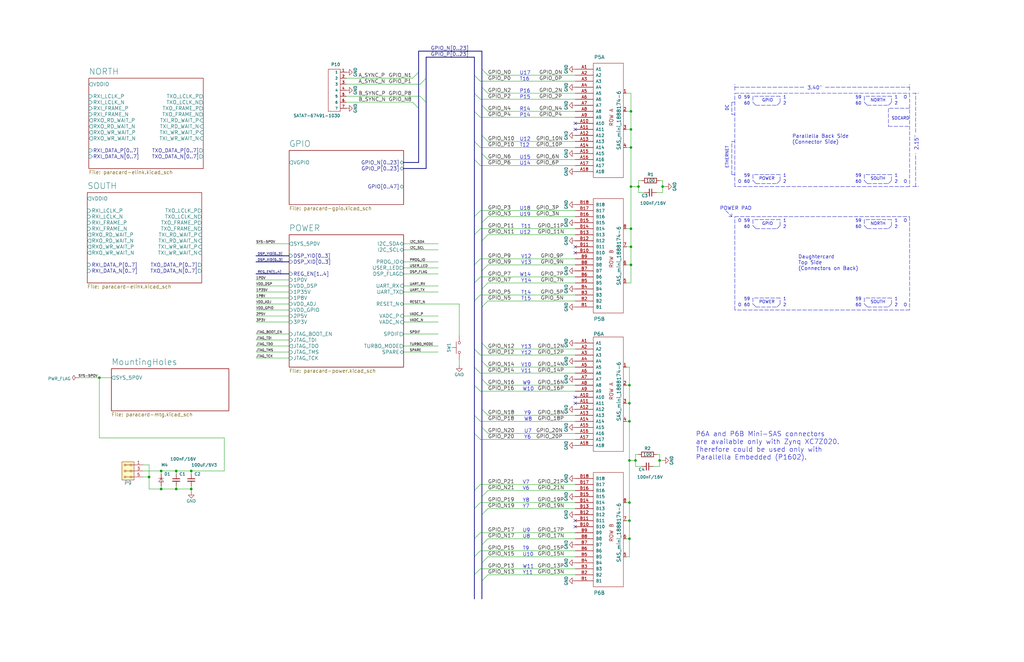
<source format=kicad_sch>
(kicad_sch (version 20211123) (generator eeschema)
  (paper "B")
  (title_block (title "MPPB01B") (date "2022-03-24") (company "MLAB.cz") (comment 2 "Paralella MLAB interface board") (comment 3 "Maksim Rezenov, Jakub Kakona"))
  (junction (at 269.24 78.74))
  (junction (at 265.43 212.09))
  (junction (at 265.43 194.31))
  (junction (at 278.13 194.31))
  (junction (at 62.865 201.295))
  (junction (at 266.065 78.74))
  (junction (at 266.065 96.52))
  (junction (at 266.065 46.99))
  (junction (at 80.645 206.375))
  (junction (at 266.065 54.61))
  (junction (at 267.97 194.31))
  (junction (at 265.43 170.18))
  (junction (at 265.43 177.8))
  (junction (at 279.4 78.74))
  (junction (at 74.295 206.375))
  (junction (at 266.065 104.14))
  (junction (at 265.43 227.33))
  (junction (at 266.065 62.23))
  (junction (at 74.295 198.755))
  (junction (at 266.065 111.76))
  (junction (at 67.945 206.375))
  (junction (at 80.645 198.755))
  (junction (at 265.43 219.71))
  (junction (at 67.945 198.755))
  (junction (at 41.91 159.385))
  (junction (at 265.43 162.56))
  (no_connect (at 242.57 52.07))
  (no_connect (at 242.57 219.71))
  (no_connect (at 242.57 222.25))
  (no_connect (at 242.57 167.64))
  (no_connect (at 242.57 170.18))
  (no_connect (at 242.57 54.61))
  (no_connect (at 242.57 104.14))
  (no_connect (at 242.57 106.68))
  (bus_entry (at 200.025 127) (size 2.54 -2.54))
  (bus_entry (at 200.025 207.01) (size 2.54 -2.54))
  (bus_entry (at 203.2 229.87) (size 2.54 -2.54))
  (bus_entry (at 203.2 121.92) (size 2.54 -2.54))
  (bus_entry (at 200.025 162.56) (size 2.54 2.54))
  (bus_entry (at 203.2 114.3) (size 2.54 -2.54))
  (bus_entry (at 200.025 99.06) (size 2.54 -2.54))
  (bus_entry (at 203.2 245.11) (size 2.54 -2.54))
  (bus_entry (at 203.2 217.17) (size 2.54 -2.54))
  (bus_entry (at 177.165 40.64) (size 2.54 2.54))
  (bus_entry (at 203.2 64.77) (size 2.54 2.54))
  (bus_entry (at 200.025 91.44) (size 2.54 -2.54))
  (bus_entry (at 200.025 59.69) (size 2.54 2.54))
  (bus_entry (at 203.2 36.83) (size 2.54 2.54))
  (bus_entry (at 203.2 172.72) (size 2.54 2.54))
  (bus_entry (at 200.025 31.75) (size 2.54 2.54))
  (bus_entry (at 200.025 214.63) (size 2.54 -2.54))
  (bus_entry (at 203.2 44.45) (size 2.54 2.54))
  (bus_entry (at 200.025 147.32) (size 2.54 2.54))
  (bus_entry (at 200.025 39.37) (size 2.54 2.54))
  (bus_entry (at 200.025 67.31) (size 2.54 2.54))
  (bus_entry (at 200.025 119.38) (size 2.54 -2.54))
  (bus_entry (at 200.025 175.26) (size 2.54 2.54))
  (bus_entry (at 203.2 129.54) (size 2.54 -2.54))
  (bus_entry (at 177.165 35.56) (size 2.54 -2.54))
  (bus_entry (at 203.2 152.4) (size 2.54 2.54))
  (bus_entry (at 173.99 43.18) (size 2.54 2.54))
  (bus_entry (at 200.025 111.76) (size 2.54 -2.54))
  (bus_entry (at 200.025 46.99) (size 2.54 2.54))
  (bus_entry (at 203.2 144.78) (size 2.54 2.54))
  (bus_entry (at 200.025 154.94) (size 2.54 2.54))
  (bus_entry (at 173.99 33.02) (size 2.54 -2.54))
  (bus_entry (at 203.2 93.98) (size 2.54 -2.54))
  (bus_entry (at 203.2 180.34) (size 2.54 2.54))
  (bus_entry (at 200.025 182.88) (size 2.54 2.54))
  (bus_entry (at 200.025 234.95) (size 2.54 -2.54))
  (bus_entry (at 203.2 29.21) (size 2.54 2.54))
  (bus_entry (at 203.2 57.15) (size 2.54 2.54))
  (bus_entry (at 203.2 237.49) (size 2.54 -2.54))
  (bus_entry (at 200.025 227.33) (size 2.54 -2.54))
  (bus_entry (at 203.2 101.6) (size 2.54 -2.54))
  (bus_entry (at 203.2 209.55) (size 2.54 -2.54))
  (bus_entry (at 203.2 160.02) (size 2.54 2.54))
  (bus_entry (at 200.025 242.57) (size 2.54 -2.54))
  (polyline (pts (xy 318.77 44.45) (xy 327.66 44.45)))
  (bus (pts (xy 203.2 93.98) (xy 203.2 101.6)))
  (wire (pts (xy 242.57 224.79) (xy 202.565 224.79)))
  (polyline (pts (xy 375.92 76.2) (xy 375.92 73.66)))
  (bus (pts (xy 200.025 46.99) (xy 200.025 59.69)))
  (bus (pts (xy 176.53 30.48) (xy 176.53 45.72)))
  (polyline (pts (xy 364.49 92.71) (xy 364.49 95.25)))
  (wire (pts (xy 184.785 120.65) (xy 170.18 120.65)))
  (wire (pts (xy 242.57 147.32) (xy 205.74 147.32)))
  (wire (pts (xy 264.16 219.71) (xy 265.43 219.71)))
  (wire (pts (xy 269.24 78.74) (xy 266.065 78.74)))
  (wire (pts (xy 242.57 41.91) (xy 202.565 41.91)))
  (wire (pts (xy 242.57 232.41) (xy 202.565 232.41)))
  (wire (pts (xy 170.18 102.87) (xy 184.785 102.87)))
  (wire (pts (xy 202.565 69.85) (xy 242.57 69.85)))
  (polyline (pts (xy 364.49 95.25) (xy 365.76 96.52)))
  (wire (pts (xy 266.065 46.99) (xy 266.065 54.61)))
  (bus (pts (xy 200.025 67.31) (xy 200.025 91.44)))
  (polyline (pts (xy 364.49 73.66) (xy 364.49 76.2)))
  (bus (pts (xy 176.53 21.59) (xy 176.53 30.48)))
  (wire (pts (xy 266.065 62.23) (xy 266.065 78.74)))
  (polyline (pts (xy 309.88 43.18) (xy 308.61 43.18)))
  (wire (pts (xy 170.18 115.57) (xy 184.785 115.57)))
  (wire (pts (xy 242.57 234.95) (xy 205.74 234.95)))
  (polyline (pts (xy 364.49 125.73) (xy 364.49 128.27)))
  (wire (pts (xy 276.86 81.28) (xy 279.4 81.28)))
  (wire (pts (xy 265.43 227.33) (xy 265.43 234.95)))
  (bus (pts (xy 179.705 24.13) (xy 200.025 24.13)))
  (wire (pts (xy 242.57 154.94) (xy 205.74 154.94)))
  (polyline (pts (xy 328.93 95.25) (xy 328.93 92.71)))
  (wire (pts (xy 265.43 219.71) (xy 265.43 227.33)))
  (bus (pts (xy 203.2 101.6) (xy 203.2 114.3)))
  (bus (pts (xy 200.025 31.75) (xy 200.025 39.37)))
  (bus (pts (xy 203.2 245.11) (xy 203.2 252.73)))
  (wire (pts (xy 278.13 196.85) (xy 278.13 194.31)))
  (polyline (pts (xy 384.81 78.74) (xy 387.35 78.74)))
  (polyline (pts (xy 383.54 91.44) (xy 383.54 130.81)))
  (polyline (pts (xy 318.77 129.54) (xy 327.66 129.54)))
  (bus (pts (xy 200.025 119.38) (xy 200.025 127)))
  (polyline (pts (xy 317.5 95.25) (xy 318.77 96.52)))
  (wire (pts (xy 264.16 96.52) (xy 266.065 96.52)))
  (wire (pts (xy 193.675 154.305) (xy 193.675 151.765)))
  (bus (pts (xy 107.95 110.49) (xy 121.92 110.49)))
  (wire (pts (xy 41.91 159.385) (xy 41.91 184.785)))
  (wire (pts (xy 80.645 206.375) (xy 80.645 207.645)))
  (polyline (pts (xy 327.66 77.47) (xy 328.93 76.2)))
  (polyline (pts (xy 365.76 129.54) (xy 374.65 129.54)))
  (bus (pts (xy 200.025 24.13) (xy 200.025 31.75)))
  (wire (pts (xy 67.945 205.105) (xy 67.945 206.375)))
  (bus (pts (xy 176.53 45.72) (xy 176.53 68.58)))
  (wire (pts (xy 266.065 39.37) (xy 266.065 46.99)))
  (bus (pts (xy 200.025 234.95) (xy 200.025 242.57)))
  (bus (pts (xy 200.025 242.57) (xy 200.025 252.73)))
  (wire (pts (xy 107.95 118.11) (xy 121.92 118.11)))
  (wire (pts (xy 279.4 81.28) (xy 279.4 78.74)))
  (wire (pts (xy 67.945 206.375) (xy 74.295 206.375)))
  (wire (pts (xy 242.57 204.47) (xy 202.565 204.47)))
  (wire (pts (xy 107.95 125.73) (xy 121.92 125.73)))
  (wire (pts (xy 121.92 123.19) (xy 107.95 123.19)))
  (wire (pts (xy 107.95 130.81) (xy 121.92 130.81)))
  (polyline (pts (xy 328.93 43.18) (xy 328.93 40.64)))
  (polyline (pts (xy 317.5 40.64) (xy 317.5 43.18)))
  (wire (pts (xy 278.13 191.77) (xy 276.86 191.77)))
  (wire (pts (xy 242.57 39.37) (xy 205.74 39.37)))
  (polyline (pts (xy 375.92 125.73) (xy 364.49 125.73)))
  (polyline (pts (xy 308.61 91.44) (xy 308.61 90.17)))
  (wire (pts (xy 74.295 205.105) (xy 74.295 206.375)))
  (wire (pts (xy 278.13 194.31) (xy 278.13 191.77)))
  (polyline (pts (xy 374.65 45.72) (xy 374.65 53.34)))
  (wire (pts (xy 74.295 200.025) (xy 74.295 198.755)))
  (polyline (pts (xy 374.65 77.47) (xy 375.92 76.2)))
  (bus (pts (xy 203.2 160.02) (xy 203.2 172.72)))
  (polyline (pts (xy 374.65 96.52) (xy 375.92 95.25)))
  (polyline (pts (xy 318.77 96.52) (xy 327.66 96.52)))
  (bus (pts (xy 200.025 207.01) (xy 200.025 214.63)))
  (wire (pts (xy 80.645 198.755) (xy 80.645 200.025)))
  (wire (pts (xy 107.95 102.87) (xy 121.92 102.87)))
  (wire (pts (xy 269.24 76.2) (xy 269.24 78.74)))
  (wire (pts (xy 205.74 175.26) (xy 242.57 175.26)))
  (wire (pts (xy 265.43 234.95) (xy 264.16 234.95)))
  (wire (pts (xy 266.065 54.61) (xy 266.065 62.23)))
  (wire (pts (xy 265.43 194.31) (xy 265.43 212.09)))
  (wire (pts (xy 266.065 104.14) (xy 266.065 111.76)))
  (polyline (pts (xy 308.61 73.66) (xy 308.61 59.69)))
  (wire (pts (xy 170.18 110.49) (xy 184.785 110.49)))
  (polyline (pts (xy 309.88 91.44) (xy 383.54 91.44)))
  (bus (pts (xy 200.025 127) (xy 200.025 147.32)))
  (wire (pts (xy 242.57 124.46) (xy 202.565 124.46)))
  (polyline (pts (xy 328.93 125.73) (xy 317.5 125.73)))
  (wire (pts (xy 267.97 194.31) (xy 267.97 196.85)))
  (bus (pts (xy 203.2 152.4) (xy 203.2 160.02)))
  (wire (pts (xy 279.4 78.74) (xy 279.4 76.2)))
  (bus (pts (xy 203.2 64.77) (xy 203.2 93.98)))
  (wire (pts (xy 170.18 128.27) (xy 193.675 128.27)))
  (polyline (pts (xy 386.08 78.74) (xy 386.08 64.77)))
  (bus (pts (xy 179.705 43.18) (xy 179.705 71.12)))
  (wire (pts (xy 266.065 78.74) (xy 266.065 96.52)))
  (wire (pts (xy 242.57 242.57) (xy 205.74 242.57)))
  (wire (pts (xy 62.865 196.215) (xy 62.865 201.295)))
  (polyline (pts (xy 364.49 43.18) (xy 365.76 44.45)))
  (wire (pts (xy 242.57 62.23) (xy 202.565 62.23)))
  (wire (pts (xy 266.065 96.52) (xy 266.065 104.14)))
  (bus (pts (xy 179.705 71.12) (xy 170.18 71.12)))
  (wire (pts (xy 242.57 96.52) (xy 202.565 96.52)))
  (bus (pts (xy 121.92 115.57) (xy 107.95 115.57)))
  (wire (pts (xy 60.325 196.215) (xy 62.865 196.215)))
  (wire (pts (xy 170.18 133.35) (xy 184.785 133.35)))
  (polyline (pts (xy 308.61 91.44) (xy 307.34 91.44)))
  (wire (pts (xy 62.865 201.295) (xy 62.865 206.375)))
  (bus (pts (xy 200.025 99.06) (xy 200.025 111.76)))
  (polyline (pts (xy 374.65 44.45) (xy 375.92 43.18)))
  (bus (pts (xy 203.2 21.59) (xy 203.2 29.21)))
  (polyline (pts (xy 308.61 48.26) (xy 309.88 48.26)))
  (wire (pts (xy 266.065 119.38) (xy 264.16 119.38)))
  (polyline (pts (xy 309.88 78.74) (xy 309.88 39.37)))
  (wire (pts (xy 107.95 151.13) (xy 121.92 151.13)))
  (polyline (pts (xy 309.88 39.37) (xy 383.54 39.37)))
  (polyline (pts (xy 327.66 44.45) (xy 328.93 43.18)))
  (bus (pts (xy 200.025 227.33) (xy 200.025 234.95)))
  (polyline (pts (xy 328.93 73.66) (xy 317.5 73.66)))
  (wire (pts (xy 62.865 206.375) (xy 67.945 206.375)))
  (wire (pts (xy 107.95 135.89) (xy 121.92 135.89)))
  (wire (pts (xy 94.615 184.785) (xy 94.615 198.755)))
  (wire (pts (xy 107.95 140.97) (xy 121.92 140.97)))
  (bus (pts (xy 179.705 33.02) (xy 179.705 43.18)))
  (wire (pts (xy 242.57 212.09) (xy 202.565 212.09)))
  (wire (pts (xy 264.16 170.18) (xy 265.43 170.18)))
  (wire (pts (xy 270.51 76.2) (xy 269.24 76.2)))
  (bus (pts (xy 200.025 175.26) (xy 200.025 182.88)))
  (bus (pts (xy 200.025 154.94) (xy 200.025 162.56)))
  (wire (pts (xy 121.92 120.65) (xy 107.95 120.65)))
  (wire (pts (xy 242.57 165.1) (xy 202.565 165.1)))
  (polyline (pts (xy 364.49 76.2) (xy 365.76 77.47)))
  (polyline (pts (xy 317.5 125.73) (xy 317.5 128.27)))
  (wire (pts (xy 242.57 149.86) (xy 202.565 149.86)))
  (polyline (pts (xy 327.66 129.54) (xy 328.93 128.27)))
  (wire (pts (xy 107.95 148.59) (xy 121.92 148.59)))
  (bus (pts (xy 203.2 172.72) (xy 203.2 180.34)))
  (wire (pts (xy 242.57 111.76) (xy 205.74 111.76)))
  (bus (pts (xy 200.025 91.44) (xy 200.025 99.06)))
  (wire (pts (xy 264.16 212.09) (xy 265.43 212.09)))
  (bus (pts (xy 200.025 39.37) (xy 200.025 46.99)))
  (wire (pts (xy 267.97 191.77) (xy 267.97 194.31)))
  (wire (pts (xy 33.02 159.385) (xy 41.91 159.385)))
  (wire (pts (xy 242.57 214.63) (xy 205.74 214.63)))
  (wire (pts (xy 146.05 40.64) (xy 177.165 40.64)))
  (polyline (pts (xy 374.65 129.54) (xy 375.92 128.27)))
  (wire (pts (xy 242.57 177.8) (xy 202.565 177.8)))
  (polyline (pts (xy 347.98 36.83) (xy 383.54 36.83)))
  (wire (pts (xy 41.91 159.385) (xy 46.99 159.385)))
  (wire (pts (xy 265.43 177.8) (xy 264.16 177.8)))
  (bus (pts (xy 200.025 162.56) (xy 200.025 175.26)))
  (wire (pts (xy 184.785 146.05) (xy 170.18 146.05)))
  (wire (pts (xy 242.57 162.56) (xy 205.74 162.56)))
  (wire (pts (xy 202.565 116.84) (xy 242.57 116.84)))
  (polyline (pts (xy 309.88 130.81) (xy 309.88 91.44)))
  (polyline (pts (xy 365.76 77.47) (xy 374.65 77.47)))
  (bus (pts (xy 203.2 36.83) (xy 203.2 44.45)))
  (polyline (pts (xy 383.54 130.81) (xy 309.88 130.81)))
  (polyline (pts (xy 374.65 53.34) (xy 383.54 53.34)))
  (wire (pts (xy 74.295 198.755) (xy 80.645 198.755)))
  (wire (pts (xy 265.43 154.94) (xy 265.43 162.56)))
  (wire (pts (xy 264.16 111.76) (xy 266.065 111.76)))
  (wire (pts (xy 170.18 113.03) (xy 184.785 113.03)))
  (bus (pts (xy 176.53 68.58) (xy 170.18 68.58)))
  (wire (pts (xy 269.24 191.77) (xy 267.97 191.77)))
  (wire (pts (xy 267.97 194.31) (xy 265.43 194.31)))
  (wire (pts (xy 242.57 185.42) (xy 202.565 185.42)))
  (bus (pts (xy 203.2 144.78) (xy 203.2 152.4)))
  (polyline (pts (xy 375.92 128.27) (xy 375.92 125.73)))
  (wire (pts (xy 264.16 46.99) (xy 266.065 46.99)))
  (wire (pts (xy 242.57 240.03) (xy 202.565 240.03)))
  (wire (pts (xy 242.57 49.53) (xy 202.565 49.53)))
  (polyline (pts (xy 317.5 128.27) (xy 318.77 129.54)))
  (polyline (pts (xy 328.93 128.27) (xy 328.93 125.73)))
  (polyline (pts (xy 386.08 55.88) (xy 386.08 39.37)))
  (polyline (pts (xy 309.88 73.66) (xy 308.61 73.66)))
  (polyline (pts (xy 318.77 77.47) (xy 327.66 77.47)))
  (wire (pts (xy 264.16 39.37) (xy 266.065 39.37)))
  (bus (pts (xy 176.53 21.59) (xy 203.2 21.59)))
  (wire (pts (xy 193.675 128.27) (xy 193.675 141.605)))
  (polyline (pts (xy 383.54 45.72) (xy 374.65 45.72)))
  (wire (pts (xy 41.91 184.785) (xy 94.615 184.785)))
  (bus (pts (xy 203.2 129.54) (xy 203.2 144.78)))
  (wire (pts (xy 275.59 196.85) (xy 278.13 196.85)))
  (wire (pts (xy 264.16 154.94) (xy 265.43 154.94)))
  (polyline (pts (xy 317.5 92.71) (xy 317.5 95.25)))
  (polyline (pts (xy 317.5 73.66) (xy 317.5 76.2)))
  (wire (pts (xy 264.16 162.56) (xy 265.43 162.56)))
  (polyline (pts (xy 328.93 92.71) (xy 317.5 92.71)))
  (bus (pts (xy 179.705 24.13) (xy 179.705 33.02)))
  (wire (pts (xy 184.785 135.89) (xy 170.18 135.89)))
  (wire (pts (xy 266.065 111.76) (xy 266.065 119.38)))
  (wire (pts (xy 107.95 143.51) (xy 121.92 143.51)))
  (polyline (pts (xy 375.92 40.64) (xy 364.49 40.64)))
  (bus (pts (xy 203.2 57.15) (xy 203.2 64.77)))
  (bus (pts (xy 203.2 180.34) (xy 203.2 209.55)))
  (bus (pts (xy 203.2 121.92) (xy 203.2 129.54)))
  (bus (pts (xy 203.2 114.3) (xy 203.2 121.92)))
  (wire (pts (xy 80.645 198.755) (xy 94.615 198.755)))
  (wire (pts (xy 242.57 67.31) (xy 205.74 67.31)))
  (bus (pts (xy 203.2 229.87) (xy 203.2 237.49)))
  (bus (pts (xy 203.2 209.55) (xy 203.2 217.17)))
  (wire (pts (xy 170.18 140.97) (xy 184.785 140.97)))
  (polyline (pts (xy 328.93 40.64) (xy 317.5 40.64)))
  (wire (pts (xy 67.945 200.025) (xy 67.945 198.755)))
  (wire (pts (xy 265.43 177.8) (xy 265.43 194.31)))
  (wire (pts (xy 265.43 212.09) (xy 265.43 219.71)))
  (polyline (pts (xy 327.66 96.52) (xy 328.93 95.25)))
  (wire (pts (xy 242.57 91.44) (xy 205.74 91.44)))
  (wire (pts (xy 279.4 194.31) (xy 278.13 194.31)))
  (wire (pts (xy 242.57 31.75) (xy 205.74 31.75)))
  (bus (pts (xy 203.2 237.49) (xy 203.2 245.11)))
  (polyline (pts (xy 375.92 73.66) (xy 364.49 73.66)))
  (wire (pts (xy 269.24 78.74) (xy 269.24 81.28)))
  (wire (pts (xy 173.99 33.02) (xy 146.05 33.02)))
  (polyline (pts (xy 309.88 38.1) (xy 309.88 35.56)))
  (wire (pts (xy 146.05 43.18) (xy 173.99 43.18)))
  (wire (pts (xy 242.57 109.22) (xy 202.565 109.22)))
  (polyline (pts (xy 306.07 88.9) (xy 308.61 91.44)))
  (bus (pts (xy 200.025 182.88) (xy 200.025 207.01)))
  (polyline (pts (xy 308.61 43.18) (xy 308.61 48.26)))
  (wire (pts (xy 177.165 35.56) (xy 146.05 35.56)))
  (wire (pts (xy 74.295 206.375) (xy 80.645 206.375)))
  (wire (pts (xy 242.57 34.29) (xy 202.565 34.29)))
  (wire (pts (xy 264.16 227.33) (xy 265.43 227.33)))
  (polyline (pts (xy 365.76 96.52) (xy 374.65 96.52)))
  (polyline (pts (xy 383.54 38.1) (xy 383.54 35.56)))
  (wire (pts (xy 170.18 105.41) (xy 184.785 105.41)))
  (polyline (pts (xy 383.54 39.37) (xy 383.54 78.74)))
  (wire (pts (xy 67.945 198.755) (xy 74.295 198.755)))
  (polyline (pts (xy 375.92 43.18) (xy 375.92 40.64)))
  (wire (pts (xy 264.16 54.61) (xy 266.065 54.61)))
  (wire (pts (xy 184.785 148.59) (xy 170.18 148.59)))
  (wire (pts (xy 107.95 146.05) (xy 121.92 146.05)))
  (wire (pts (xy 242.57 157.48) (xy 202.565 157.48)))
  (wire (pts (xy 267.97 196.85) (xy 270.51 196.85)))
  (wire (pts (xy 205.74 227.33) (xy 242.57 227.33)))
  (wire (pts (xy 107.95 133.35) (xy 121.92 133.35)))
  (wire (pts (xy 80.645 206.375) (xy 80.645 205.105)))
  (bus (pts (xy 203.2 29.21) (xy 203.2 36.83)))
  (polyline (pts (xy 375.92 95.25) (xy 375.92 92.71)))
  (bus (pts (xy 200.025 214.63) (xy 200.025 227.33)))
  (wire (pts (xy 266.065 62.23) (xy 264.16 62.23)))
  (wire (pts (xy 242.57 119.38) (xy 205.74 119.38)))
  (wire (pts (xy 242.57 127) (xy 205.74 127)))
  (polyline (pts (xy 375.92 92.71) (xy 364.49 92.71)))
  (polyline (pts (xy 365.76 44.45) (xy 374.65 44.45)))
  (polyline (pts (xy 384.81 39.37) (xy 387.35 39.37)))
  (wire (pts (xy 242.57 99.06) (xy 205.74 99.06)))
  (wire (pts (xy 242.57 46.99) (xy 205.74 46.99)))
  (polyline (pts (xy 317.5 76.2) (xy 318.77 77.47)))
  (wire (pts (xy 279.4 76.2) (xy 278.13 76.2)))
  (polyline (pts (xy 308.61 59.69) (xy 309.88 59.69)))
  (wire (pts (xy 280.67 78.74) (xy 279.4 78.74)))
  (polyline (pts (xy 383.54 78.74) (xy 309.88 78.74)))
  (wire (pts (xy 265.43 162.56) (xy 265.43 170.18)))
  (wire (pts (xy 242.57 182.88) (xy 205.74 182.88)))
  (bus (pts (xy 200.025 147.32) (xy 200.025 154.94)))
  (bus (pts (xy 203.2 217.17) (xy 203.2 229.87)))
  (bus (pts (xy 107.95 107.95) (xy 121.92 107.95)))
  (wire (pts (xy 60.325 198.755) (xy 67.945 198.755)))
  (bus (pts (xy 200.025 59.69) (xy 200.025 67.31)))
  (wire (pts (xy 269.24 81.28) (xy 271.78 81.28)))
  (polyline (pts (xy 364.49 128.27) (xy 365.76 129.54)))
  (wire (pts (xy 107.95 128.27) (xy 121.92 128.27)))
  (polyline (pts (xy 364.49 40.64) (xy 364.49 43.18)))
  (wire (pts (xy 62.865 201.295) (xy 60.325 201.295)))
  (polyline (pts (xy 309.88 36.83) (xy 339.09 36.83)))
  (wire (pts (xy 242.57 207.01) (xy 205.74 207.01)))
  (polyline (pts (xy 317.5 43.18) (xy 318.77 44.45)))
  (wire (pts (xy 264.16 104.14) (xy 266.065 104.14)))
  (wire (pts (xy 205.74 59.69) (xy 242.57 59.69)))
  (wire (pts (xy 242.57 88.9) (xy 202.565 88.9)))
  (polyline (pts (xy 328.93 76.2) (xy 328.93 73.66)))
  (wire (pts (xy 265.43 170.18) (xy 265.43 177.8)))
  (bus (pts (xy 200.025 111.76) (xy 200.025 119.38)))
  (wire (pts (xy 170.18 123.19) (xy 184.785 123.19)))
  (bus (pts (xy 203.2 44.45) (xy 203.2 57.15)))
  (text "GPIO" (at 321.31 43.18 0) (effects (font (size 1.27 1.27)) (justify left bottom)))
  (text "SOUTH" (at 367.03 76.2 0) (effects (font (size 1.27 1.27)) (justify left bottom)))
  (text "U9" (at 220.345 224.79 0) (effects (font (size 1.524 1.524)) (justify left bottom)))
  (text "R14" (at 219.075 46.99 0) (effects (font (size 1.524 1.524)) (justify left bottom)))
  (text "60" (at 360.68 96.52 0) (effects (font (size 1.27 1.27)) (justify left bottom)))
  (text "V13" (at 219.71 111.76 0) (effects (font (size 1.524 1.524)) (justify left bottom)))
  (text "60" (at 313.69 77.47 0) (effects (font (size 1.27 1.27)) (justify left bottom)))
  (text "Parallella Back Side\n(Connector Side)\n" (at 334.01 60.96 0) (effects (font (size 1.524 1.524)) (justify left bottom)))
  (text "Y8" (at 220.345 212.09 0) (effects (font (size 1.524 1.524)) (justify left bottom)))
  (text "U18" (at 219.075 88.9 0) (effects (font (size 1.524 1.524)) (justify left bottom)))
  (text "POWER" (at 320.04 76.2 0) (effects (font (size 1.27 1.27)) (justify left bottom)))
  (text "P15" (at 219.075 41.91 0) (effects (font (size 1.524 1.524)) (justify left bottom)))
  (text "Y13" (at 219.71 147.32 0) (effects (font (size 1.524 1.524)) (justify left bottom)))
  (text "Y12" (at 219.71 149.86 0) (effects (font (size 1.524 1.524)) (justify left bottom)))
  (text "W10" (at 220.345 165.1 0) (effects (font (size 1.524 1.524)) (justify left bottom)))
  (text "Y9" (at 220.98 175.26 0) (effects (font (size 1.524 1.524)) (justify left bottom)))
  (text "3.40\"" (at 340.36 38.1 0) (effects (font (size 1.524 1.524)) (justify left bottom)))
  (text "U8" (at 220.345 227.33 0) (effects (font (size 1.524 1.524)) (justify left bottom)))
  (text "1" (at 330.2 93.98 0) (effects (font (size 1.27 1.27)) (justify left bottom)))
  (text "O" (at 381 129.54 0) (effects (font (size 1.27 1.27)) (justify left bottom)))
  (text "U7" (at 220.98 182.88 0) (effects (font (size 1.524 1.524)) (justify left bottom)))
  (text "60" (at 313.69 129.54 0) (effects (font (size 1.27 1.27)) (justify left bottom)))
  (text "U19" (at 219.075 91.44 0) (effects (font (size 1.524 1.524)) (justify left bottom)))
  (text "V11" (at 219.71 157.48 0) (effects (font (size 1.524 1.524)) (justify left bottom)))
  (text "2" (at 377.19 77.47 0) (effects (font (size 1.27 1.27)) (justify left bottom)))
  (text "60" (at 313.69 44.45 0) (effects (font (size 1.27 1.27)) (justify left bottom)))
  (text "2" (at 330.2 77.47 0) (effects (font (size 1.27 1.27)) (justify left bottom)))
  (text "2" (at 330.2 96.52 0) (effects (font (size 1.27 1.27)) (justify left bottom)))
  (text "T11" (at 219.71 96.52 0) (effects (font (size 1.524 1.524)) (justify left bottom)))
  (text "1" (at 377.19 74.93 0) (effects (font (size 1.27 1.27)) (justify left bottom)))
  (text "2" (at 330.2 129.54 0) (effects (font (size 1.27 1.27)) (justify left bottom)))
  (text "T12" (at 219.075 62.23 0) (effects (font (size 1.524 1.524)) (justify left bottom)))
  (text "W9" (at 220.345 162.56 0) (effects (font (size 1.524 1.524)) (justify left bottom)))
  (text "T9" (at 220.345 232.41 0) (effects (font (size 1.524 1.524)) (justify left bottom)))
  (text "GPIO" (at 321.31 95.25 0) (effects (font (size 1.27 1.27)) (justify left bottom)))
  (text "1" (at 330.2 41.91 0) (effects (font (size 1.27 1.27)) (justify left bottom)))
  (text "U15" (at 219.075 67.31 0) (effects (font (size 1.524 1.524)) (justify left bottom)))
  (text "T15" (at 219.71 127 0) (effects (font (size 1.524 1.524)) (justify left bottom)))
  (text "W8" (at 220.98 177.8 0) (effects (font (size 1.524 1.524)) (justify left bottom)))
  (text "59" (at 313.69 93.98 0) (effects (font (size 1.27 1.27)) (justify left bottom)))
  (text "Y14" (at 219.71 119.38 0) (effects (font (size 1.524 1.524)) (justify left bottom)))
  (text "T16" (at 219.075 34.29 0) (effects (font (size 1.524 1.524)) (justify left bottom)))
  (text "U10" (at 220.345 234.95 0) (effects (font (size 1.524 1.524)) (justify left bottom)))
  (text "W11" (at 220.345 240.03 0) (effects (font (size 1.524 1.524)) (justify left bottom)))
  (text "1" (at 377.19 93.98 0) (effects (font (size 1.27 1.27)) (justify left bottom)))
  (text "2" (at 377.19 96.52 0) (effects (font (size 1.27 1.27)) (justify left bottom)))
  (text "O" (at 311.15 77.47 0) (effects (font (size 1.27 1.27)) (justify left bottom)))
  (text "2" (at 377.19 44.45 0) (effects (font (size 1.27 1.27)) (justify left bottom)))
  (text "1" (at 330.2 127 0) (effects (font (size 1.27 1.27)) (justify left bottom)))
  (text "1" (at 377.19 127 0) (effects (font (size 1.27 1.27)) (justify left bottom)))
  (text "SDCARD" (at 375.92 50.8 0) (effects (font (size 1.27 1.27)) (justify left bottom)))
  (text "60" (at 360.68 77.47 0) (effects (font (size 1.27 1.27)) (justify left bottom)))
  (text "59" (at 360.68 41.91 0) (effects (font (size 1.27 1.27)) (justify left bottom)))
  (text "NORTH" (at 367.03 95.25 0) (effects (font (size 1.27 1.27)) (justify left bottom)))
  (text "V12" (at 219.71 109.22 0) (effects (font (size 1.524 1.524)) (justify left bottom)))
  (text "U12" (at 219.075 59.69 0) (effects (font (size 1.524 1.524)) (justify left bottom)))
  (text "V7" (at 220.345 204.47 0) (effects (font (size 1.524 1.524)) (justify left bottom)))
  (text "59" (at 360.68 93.98 0) (effects (font (size 1.27 1.27)) (justify left bottom)))
  (text "1" (at 377.19 41.91 0) (effects (font (size 1.27 1.27)) (justify left bottom)))
  (text "U17" (at 219.075 31.75 0) (effects (font (size 1.524 1.524)) (justify left bottom)))
  (text "Y11" (at 220.345 242.57 0) (effects (font (size 1.524 1.524)) (justify left bottom)))
  (text "60" (at 360.68 44.45 0) (effects (font (size 1.27 1.27)) (justify left bottom)))
  (text "59" (at 313.69 41.91 0) (effects (font (size 1.27 1.27)) (justify left bottom)))
  (text "60" (at 313.69 96.52 0) (effects (font (size 1.27 1.27)) (justify left bottom)))
  (text "1" (at 330.2 74.93 0) (effects (font (size 1.27 1.27)) (justify left bottom)))
  (text "NORTH" (at 367.03 43.18 0) (effects (font (size 1.27 1.27)) (justify left bottom)))
  (text "Y6" (at 220.98 185.42 0) (effects (font (size 1.524 1.524)) (justify left bottom)))
  (text "59" (at 360.68 127 0) (effects (font (size 1.27 1.27)) (justify left bottom)))
  (text "P16" (at 219.075 39.37 0) (effects (font (size 1.524 1.524)) (justify left bottom)))
  (text "V6" (at 220.345 207.01 0) (effects (font (size 1.524 1.524)) (justify left bottom)))
  (text "Daughtercard\nTop Side\n(Connectors on Back)" (at 336.55 114.3 0) (effects (font (size 1.524 1.524)) (justify left bottom)))
  (text "P6A and P6B Mini-SAS connectors\nare available only with Zynq XC7Z020.\nTherefore could be used only with \nParallella Embedded (P1602)." (at 293.37 194.31 0) (effects (font (size 2.032 2.032)) (justify left bottom)))
  (text "POWER" (at 320.04 128.27 0) (effects (font (size 1.27 1.27)) (justify left bottom)))
  (text "59" (at 360.68 74.93 0) (effects (font (size 1.27 1.27)) (justify left bottom)))
  (text "59" (at 313.69 74.93 0) (effects (font (size 1.27 1.27)) (justify left bottom)))
  (text "59" (at 313.69 127 0) (effects (font (size 1.27 1.27)) (justify left bottom)))
  (text "U12" (at 219.075 99.06 0) (effects (font (size 1.524 1.524)) (justify left bottom)))
  (text "ETHERNET" (at 307.34 71.12 90) (effects (font (size 1.27 1.27)) (justify left bottom)))
  (text "O" (at 311.15 93.98 0) (effects (font (size 1.27 1.27)) (justify left bottom)))
  (text "Y7" (at 220.345 214.63 0) (effects (font (size 1.524 1.524)) (justify left bottom)))
  (text "SOUTH" (at 367.03 128.27 0) (effects (font (size 1.27 1.27)) (justify left bottom)))
  (text "POWER PAD" (at 303.53 88.9 0) (effects (font (size 1.524 1.524)) (justify left bottom)))
  (text "V10" (at 219.71 154.94 0) (effects (font (size 1.524 1.524)) (justify left bottom)))
  (text "2" (at 377.19 129.54 0) (effects (font (size 1.27 1.27)) (justify left bottom)))
  (text "2" (at 330.2 44.45 0) (effects (font (size 1.27 1.27)) (justify left bottom)))
  (text "W14" (at 219.075 116.84 0) (effects (font (size 1.524 1.524)) (justify left bottom)))
  (text "60" (at 360.68 129.54 0) (effects (font (size 1.27 1.27)) (justify left bottom)))
  (text "P14" (at 219.075 49.53 0) (effects (font (size 1.524 1.524)) (justify left bottom)))
  (text "O" (at 311.15 129.54 0) (effects (font (size 1.27 1.27)) (justify left bottom)))
  (text "O" (at 381 41.91 0) (effects (font (size 1.27 1.27)) (justify left bottom)))
  (text "U14" (at 219.075 69.85 0) (effects (font (size 1.524 1.524)) (justify left bottom)))
  (text "O" (at 381 93.98 0) (effects (font (size 1.27 1.27)) (justify left bottom)))
  (text "T14" (at 219.71 124.46 0) (effects (font (size 1.524 1.524)) (justify left bottom)))
  (text "2.15\"" (at 387.35 63.5 90) (effects (font (size 1.524 1.524)) (justify left bottom)))
  (text "O" (at 381 77.47 0) (effects (font (size 1.27 1.27)) (justify left bottom)))
  (text "DC" (at 307.34 46.99 90) (effects (font (size 1.27 1.27)) (justify left bottom)))
  (text "O" (at 311.15 41.91 0) (effects (font (size 1.27 1.27)) (justify left bottom)))
  (label "UART_RX" (at 172.72 120.65 0) (effects (font (size 1.016 1.016))))
  (label "GPIO_N3" (at 205.74 91.44 0) (effects (font (size 1.524 1.524))))
  (label "GPIO_P12" (at 205.74 149.86 0) (effects (font (size 1.524 1.524))))
  (label "B_SYNC_P" (at 151.13 40.64 0) (effects (font (size 1.524 1.524))))
  (label "GPIO_15P" (at 226.695 232.41 0) (effects (font (size 1.524 1.524))))
  (label "GPIO_19P" (at 226.695 212.09 0) (effects (font (size 1.524 1.524))))
  (label "GPIO_7N" (at 227.965 119.38 0) (effects (font (size 1.524 1.524))))
  (label "GPIO_P[0..23]" (at 181.61 24.13 0) (effects (font (size 1.524 1.524))))
  (label "GPIO_16P" (at 226.695 165.1 0) (effects (font (size 1.524 1.524))))
  (label "GPIO_18N" (at 226.695 175.26 0) (effects (font (size 1.524 1.524))))
  (label "GPIO_P8" (at 163.83 40.64 0) (effects (font (size 1.524 1.524))))
  (label "GPIO_N2" (at 205.74 39.37 0) (effects (font (size 1.524 1.524))))
  (label "GPIO_N[0..23]" (at 181.61 21.59 0) (effects (font (size 1.524 1.524))))
  (label "GPIO_13N" (at 226.695 242.57 0) (effects (font (size 1.524 1.524))))
  (label "GPIO_6N" (at 226.06 67.31 0) (effects (font (size 1.524 1.524))))
  (label "GPIO_N13" (at 205.74 242.57 0) (effects (font (size 1.524 1.524))))
  (label "1P8V" (at 107.95 125.73 0) (effects (font (size 1.016 1.016))))
  (label "GPIO_N18" (at 205.74 175.26 0) (effects (font (size 1.524 1.524))))
  (label "GPIO_21P" (at 226.695 204.47 0) (effects (font (size 1.524 1.524))))
  (label "GPIO_N1" (at 163.83 33.02 0) (effects (font (size 1.524 1.524))))
  (label "GPIO_12P" (at 226.695 149.86 0) (effects (font (size 1.524 1.524))))
  (label "3P3V" (at 107.95 135.89 0) (effects (font (size 1.016 1.016))))
  (label "GPIO_2P" (at 227.33 41.91 0) (effects (font (size 1.524 1.524))))
  (label "SYS-5POV" (at 107.95 102.87 0) (effects (font (size 1.016 1.016))))
  (label "GPIO_6P" (at 226.06 69.85 0) (effects (font (size 1.524 1.524))))
  (label "I2C_SCL" (at 172.72 105.41 0) (effects (font (size 1.016 1.016))))
  (label "GPIO_P2" (at 205.74 41.91 0) (effects (font (size 1.524 1.524))))
  (label "GPIO_P19" (at 205.74 212.09 0) (effects (font (size 1.524 1.524))))
  (label "GPIO_0N" (at 227.33 31.75 0) (effects (font (size 1.524 1.524))))
  (label "PROG_IO" (at 172.72 110.49 0) (effects (font (size 1.016 1.016))))
  (label "GPIO_16N" (at 226.695 162.56 0) (effects (font (size 1.524 1.524))))
  (label "GPIO_N4" (at 205.74 46.99 0) (effects (font (size 1.524 1.524))))
  (label "SPARE" (at 172.72 148.59 0) (effects (font (size 1.016 1.016))))
  (label "GPIO_P14" (at 205.74 157.48 0) (effects (font (size 1.524 1.524))))
  (label "VDD_ADJ" (at 107.95 128.27 0) (effects (font (size 1.016 1.016))))
  (label "GPIO_20N" (at 226.06 182.88 0) (effects (font (size 1.524 1.524))))
  (label "GPIO_10P" (at 226.06 62.23 0) (effects (font (size 1.524 1.524))))
  (label "TURBO_MODE" (at 172.72 146.05 0) (effects (font (size 1.016 1.016))))
  (label "GPIO_P11" (at 205.74 96.52 0) (effects (font (size 1.524 1.524))))
  (label "JTAG_TCK" (at 107.95 151.13 0) (effects (font (size 1.016 1.016))))
  (label "GPIO_15N" (at 226.695 234.95 0) (effects (font (size 1.524 1.524))))
  (label "GPIO_9P" (at 227.965 109.22 0) (effects (font (size 1.524 1.524))))
  (label "VADC_P" (at 172.72 133.35 0) (effects (font (size 1.016 1.016))))
  (label "JTAG_BOOT_EN" (at 107.95 140.97 0) (effects (font (size 1.016 1.016))))
  (label "GPIO_N16" (at 205.74 162.56 0) (effects (font (size 1.524 1.524))))
  (label "GPIO_P0" (at 205.74 34.29 0) (effects (font (size 1.524 1.524))))
  (label "GPIO_10N" (at 226.06 59.69 0) (effects (font (size 1.524 1.524))))
  (label "GPIO_P3" (at 205.74 88.9 0) (effects (font (size 1.524 1.524))))
  (label "GPIO_N5" (at 205.74 127 0) (effects (font (size 1.524 1.524))))
  (label "GPIO_P16" (at 205.74 165.1 0) (effects (font (size 1.524 1.524))))
  (label "GPIO_3N" (at 226.06 91.44 0) (effects (font (size 1.524 1.524))))
  (label "GPIO_11N" (at 226.695 99.06 0) (effects (font (size 1.524 1.524))))
  (label "JTAG_TDI" (at 107.95 143.51 0) (effects (font (size 1.016 1.016))))
  (label "GPIO_5N" (at 227.965 127 0) (effects (font (size 1.524 1.524))))
  (label "GPIO_N6" (at 205.74 67.31 0) (effects (font (size 1.524 1.524))))
  (label "RESET_N" (at 172.72 128.27 0) (effects (font (size 1.016 1.016))))
  (label "GPIO_21N" (at 226.695 207.01 0) (effects (font (size 1.524 1.524))))
  (label "VDD_DSP" (at 107.95 120.65 0) (effects (font (size 1.016 1.016))))
  (label "GPIO_N14" (at 205.74 154.94 0) (effects (font (size 1.524 1.524))))
  (label "GPIO_N7" (at 205.74 119.38 0) (effects (font (size 1.524 1.524))))
  (label "GPIO_N17" (at 205.74 227.33 0) (effects (font (size 1.524 1.524))))
  (label "GPIO_P5" (at 205.74 124.46 0) (effects (font (size 1.524 1.524))))
  (label "B_SYNC_N" (at 151.13 43.18 0) (effects (font (size 1.524 1.524))))
  (label "GPIO_14N" (at 226.695 154.94 0) (effects (font (size 1.524 1.524))))
  (label "1POV" (at 107.95 118.11 0) (effects (font (size 1.016 1.016))))
  (label "GPIO_N21" (at 205.74 207.01 0) (effects (font (size 1.524 1.524))))
  (label "REG_EN[1..4]" (at 108.585 115.57 0) (effects (font (size 1.016 1.016))))
  (label "GPIO_N20" (at 205.74 182.88 0) (effects (font (size 1.524 1.524))))
  (label "GPIO_9N" (at 227.965 111.76 0) (effects (font (size 1.524 1.524))))
  (label "GPIO_P6" (at 205.74 69.85 0) (effects (font (size 1.524 1.524))))
  (label "A_SYNC_N" (at 151.13 35.56 0) (effects (font (size 1.524 1.524))))
  (label "GPIO_P1" (at 163.83 35.56 0) (effects (font (size 1.524 1.524))))
  (label "I2C_SDA" (at 172.72 102.87 0) (effects (font (size 1.016 1.016))))
  (label "1P35V" (at 107.95 123.19 0) (effects (font (size 1.016 1.016))))
  (label "DSP_FLAG" (at 172.72 115.57 0) (effects (font (size 1.016 1.016))))
  (label "VADC_N" (at 172.72 135.89 0) (effects (font (size 1.016 1.016))))
  (label "GPIO_N9" (at 205.74 111.76 0) (effects (font (size 1.524 1.524))))
  (label "UART_TX" (at 172.72 123.19 0) (effects (font (size 1.016 1.016))))
  (label "GPIO_0P" (at 227.33 34.29 0) (effects (font (size 1.524 1.524))))
  (label "GPIO_P17" (at 205.74 224.79 0) (effects (font (size 1.524 1.524))))
  (label "GPIO_13P" (at 226.695 240.03 0) (effects (font (size 1.524 1.524))))
  (label "GPIO_P21" (at 205.74 204.47 0) (effects (font (size 1.524 1.524))))
  (label "DSP_XID[0..3]" (at 108.585 110.49 0) (effects (font (size 1.016 1.016))))
  (label "VDD_GPIO" (at 107.95 130.81 0) (effects (font (size 1.016 1.016))))
  (label "SPDIF" (at 172.72 140.97 0) (effects (font (size 1.016 1.016))))
  (label "GPIO_12N" (at 226.695 147.32 0) (effects (font (size 1.524 1.524))))
  (label "DSP_YID[0..3]" (at 108.585 107.95 0) (effects (font (size 1.016 1.016))))
  (label "GPIO_19N" (at 226.695 214.63 0) (effects (font (size 1.524 1.524))))
  (label "GPIO_P4" (at 205.74 49.53 0) (effects (font (size 1.524 1.524))))
  (label "GPIO_P9" (at 205.74 109.22 0) (effects (font (size 1.524 1.524))))
  (label "GPIO_3P" (at 226.06 88.9 0) (effects (font (size 1.524 1.524))))
  (label "A_SYNC_P" (at 151.13 33.02 0) (effects (font (size 1.524 1.524))))
  (label "GPIO_20P" (at 226.06 185.42 0) (effects (font (size 1.524 1.524))))
  (label "GPIO_N8" (at 163.83 43.18 0) (effects (font (size 1.524 1.524))))
  (label "GPIO_14P" (at 226.695 157.48 0) (effects (font (size 1.524 1.524))))
  (label "GPIO_P20" (at 205.74 185.42 0) (effects (font (size 1.524 1.524))))
  (label "GPIO_N11" (at 205.74 99.06 0) (effects (font (size 1.524 1.524))))
  (label "JTAG_TDO" (at 107.95 146.05 0) (effects (font (size 1.016 1.016))))
  (label "GPIO_7P" (at 227.965 116.84 0) (effects (font (size 1.524 1.524))))
  (label "GPIO_N19" (at 205.74 214.63 0) (effects (font (size 1.524 1.524))))
  (label "GPIO_P18" (at 205.74 177.8 0) (effects (font (size 1.524 1.524))))
  (label "GPIO_N0" (at 205.74 31.75 0) (effects (font (size 1.524 1.524))))
  (label "GPIO_N12" (at 205.74 147.32 0) (effects (font (size 1.524 1.524))))
  (label "GPIO_17P" (at 226.695 224.79 0) (effects (font (size 1.524 1.524))))
  (label "GPIO_18P" (at 226.695 177.8 0) (effects (font (size 1.524 1.524))))
  (label "GPIO_P10" (at 205.74 62.23 0) (effects (font (size 1.524 1.524))))
  (label "USER_LED" (at 172.72 113.03 0) (effects (font (size 1.016 1.016))))
  (label "GPIO_P15" (at 205.74 232.41 0) (effects (font (size 1.524 1.524))))
  (label "GPIO_N10" (at 205.74 59.69 0) (effects (font (size 1.524 1.524))))
  (label "GPIO_5P" (at 227.965 124.46 0) (effects (font (size 1.524 1.524))))
  (label "GPIO_P4" (at 227.33 49.53 0) (effects (font (size 1.524 1.524))))
  (label "GPIO_N4" (at 227.33 46.99 0) (effects (font (size 1.524 1.524))))
  (label "GPIO_11P" (at 226.695 96.52 0) (effects (font (size 1.524 1.524))))
  (label "GPIO_P7" (at 205.74 116.84 0) (effects (font (size 1.524 1.524))))
  (label "GPIO_2N" (at 227.33 39.37 0) (effects (font (size 1.524 1.524))))
  (label "GPIO_17N" (at 226.695 227.33 0) (effects (font (size 1.524 1.524))))
  (label "JTAG_TMS" (at 107.95 148.59 0) (effects (font (size 1.016 1.016))))
  (label "GPIO_P13" (at 205.74 240.03 0) (effects (font (size 1.524 1.524))))
  (label "GPIO_N15" (at 205.74 234.95 0) (effects (font (size 1.524 1.524))))
  (label "SYS-5POV" (at 33.02 159.385 0) (effects (font (size 1.016 1.016))))
  (label "2P5V" (at 107.95 133.35 0) (effects (font (size 1.016 1.016))))
  (symbol (lib_id "paracard-template-rescue:SAS_mini_1888174-MLAB_CONNECTORS") (at 262.89 67.31 0) (unit 1)
    (property "Reference" "P5" (at 252.73 24.13 0) (effects (font (size 1.524 1.524))))
    (property "Value" "SAS_mini_1888174-6" (at 260.985 50.8 90) (effects (font (size 1.524 1.524))))
    (property "Footprint" "Mlab_CON:SAS-mini_TEConnectivity_1888174_Vertical" (effects hide))
    (property "UST_ID" "624ede60592c2d62176d5a96" (effects hide))
  )
  (symbol (lib_id "paracard-template-rescue:SAS_mini_1888174-MLAB_CONNECTORS") (at 262.89 91.44 0) (mirror x) (unit 2)
    (property "Reference" "P5" (at 252.73 134.62 0) (effects (font (size 1.524 1.524))))
    (property "Value" "SAS_mini_1888174-6" (at 260.985 107.95 90) (effects (font (size 1.524 1.524))))
    (property "Footprint" "Mlab_CON:SAS-mini_TEConnectivity_1888174_Vertical" (effects hide))
    (property "UST_ID" "624ede60592c2d62176d5a96" (effects hide))
  )
  (symbol (lib_id "paracard-template-rescue:GND-power") (at 242.57 29.21 270) (unit 1)
    (property "Reference" "#PWR01" (effects hide))
    (property "Value" "GND" (at 238.76 29.21 0))
  )
  (symbol (lib_id "paracard-template-rescue:GND-power") (at 242.57 36.83 270) (unit 1)
    (property "Reference" "#PWR02" (effects hide))
    (property "Value" "GND" (at 238.76 36.83 0))
  )
  (symbol (lib_id "paracard-template-rescue:GND-power") (at 242.57 44.45 270) (unit 1)
    (property "Reference" "#PWR03" (effects hide))
    (property "Value" "GND" (at 238.76 44.45 0))
  )
  (symbol (lib_id "paracard-template-rescue:GND-power") (at 242.57 72.39 270) (unit 1)
    (property "Reference" "#PWR04" (effects hide))
    (property "Value" "GND" (at 238.76 72.39 0))
  )
  (symbol (lib_id "paracard-template-rescue:GND-power") (at 242.57 64.77 270) (unit 1)
    (property "Reference" "#PWR05" (effects hide))
    (property "Value" "GND" (at 238.76 64.77 0))
  )
  (symbol (lib_id "paracard-template-rescue:GND-power") (at 242.57 57.15 270) (unit 1)
    (property "Reference" "#PWR06" (effects hide))
    (property "Value" "GND" (at 238.76 57.15 0))
  )
  (symbol (lib_id "paracard-template-rescue:GND-power") (at 242.57 86.36 270) (unit 1)
    (property "Reference" "#PWR07" (effects hide))
    (property "Value" "GND" (at 238.76 86.36 0))
  )
  (symbol (lib_id "paracard-template-rescue:GND-power") (at 242.57 93.98 270) (unit 1)
    (property "Reference" "#PWR08" (effects hide))
    (property "Value" "GND" (at 238.76 93.98 0))
  )
  (symbol (lib_id "paracard-template-rescue:GND-power") (at 242.57 101.6 270) (unit 1)
    (property "Reference" "#PWR09" (effects hide))
    (property "Value" "GND" (at 238.76 101.6 0))
  )
  (symbol (lib_id "paracard-template-rescue:GND-power") (at 242.57 129.54 270) (unit 1)
    (property "Reference" "#PWR010" (effects hide))
    (property "Value" "GND" (at 238.76 129.54 0))
  )
  (symbol (lib_id "paracard-template-rescue:GND-power") (at 242.57 121.92 270) (unit 1)
    (property "Reference" "#PWR011" (effects hide))
    (property "Value" "GND" (at 238.76 121.92 0))
  )
  (symbol (lib_id "paracard-template-rescue:GND-power") (at 242.57 114.3 270) (unit 1)
    (property "Reference" "#PWR012" (effects hide))
    (property "Value" "GND" (at 238.76 114.3 0))
  )
  (symbol (lib_id "MLAB_HEADER:HEADER_2x03_PARALLEL") (at 53.975 198.755 0) (mirror y) (unit 1)
    (property "Reference" "P9" (at 53.975 203.835 0) (effects (font (size 1.524 1.524))))
    (property "Value" "HEADER_2x03_PARALLEL" (effects hide))
    (property "Footprint" "Mlab_Pin_Headers:Straight_2x03" (effects hide))
  )
  (symbol (lib_id "paracard-template-rescue:GND-power") (at 80.645 207.645 0) (unit 1)
    (property "Reference" "#PWR013" (effects hide))
    (property "Value" "GND" (at 80.645 211.455 0))
  )
  (symbol (lib_id "paracard-template-rescue:GND-power") (at 242.57 144.78 270) (unit 1)
    (property "Reference" "#PWR015" (effects hide))
    (property "Value" "GND" (at 238.76 144.78 0))
  )
  (symbol (lib_id "paracard-template-rescue:GND-power") (at 242.57 152.4 270) (unit 1)
    (property "Reference" "#PWR016" (effects hide))
    (property "Value" "GND" (at 238.76 152.4 0))
  )
  (symbol (lib_id "paracard-template-rescue:GND-power") (at 242.57 160.02 270) (unit 1)
    (property "Reference" "#PWR017" (effects hide))
    (property "Value" "GND" (at 238.76 160.02 0))
  )
  (symbol (lib_id "paracard-template-rescue:GND-power") (at 242.57 187.96 270) (unit 1)
    (property "Reference" "#PWR018" (effects hide))
    (property "Value" "GND" (at 238.76 187.96 0))
  )
  (symbol (lib_id "paracard-template-rescue:GND-power") (at 242.57 180.34 270) (unit 1)
    (property "Reference" "#PWR019" (effects hide))
    (property "Value" "GND" (at 238.76 180.34 0))
  )
  (symbol (lib_id "paracard-template-rescue:GND-power") (at 242.57 172.72 270) (unit 1)
    (property "Reference" "#PWR020" (effects hide))
    (property "Value" "GND" (at 238.76 172.72 0))
  )
  (symbol (lib_id "paracard-template-rescue:GND-power") (at 242.57 201.93 270) (unit 1)
    (property "Reference" "#PWR021" (effects hide))
    (property "Value" "GND" (at 238.76 201.93 0))
  )
  (symbol (lib_id "paracard-template-rescue:GND-power") (at 242.57 209.55 270) (unit 1)
    (property "Reference" "#PWR022" (effects hide))
    (property "Value" "GND" (at 238.76 209.55 0))
  )
  (symbol (lib_id "paracard-template-rescue:GND-power") (at 242.57 217.17 270) (unit 1)
    (property "Reference" "#PWR023" (effects hide))
    (property "Value" "GND" (at 238.76 217.17 0))
  )
  (symbol (lib_id "paracard-template-rescue:GND-power") (at 242.57 245.11 270) (unit 1)
    (property "Reference" "#PWR024" (effects hide))
    (property "Value" "GND" (at 238.76 245.11 0))
  )
  (symbol (lib_id "paracard-template-rescue:GND-power") (at 242.57 237.49 270) (unit 1)
    (property "Reference" "#PWR025" (effects hide))
    (property "Value" "GND" (at 238.76 237.49 0))
  )
  (symbol (lib_id "paracard-template-rescue:GND-power") (at 242.57 229.87 270) (unit 1)
    (property "Reference" "#PWR026" (effects hide))
    (property "Value" "GND" (at 238.76 229.87 0))
  )
  (symbol (lib_id "paracard-template-rescue:SAS_mini_1888174-MLAB_CONNECTORS") (at 262.89 182.88 0) (unit 1) (in_bom no)
    (property "Reference" "P6" (at 250.19 140.97 0) (effects (font (size 1.524 1.524)) (justify left)))
    (property "Value" "SAS_mini_1888174-6" (at 260.985 177.8 90) (effects (font (size 1.524 1.524)) (justify left)))
    (property "Footprint" "Mlab_CON:SAS-mini_TEConnectivity_1888174_Vertical" (effects hide))
    (property "UST_ID" "624ede60592c2d62176d5a96" (effects hide))
  )
  (symbol (lib_id "paracard-template-rescue:SAS_mini_1888174-MLAB_CONNECTORS") (at 262.89 207.01 0) (mirror x) (unit 2) (in_bom no)
    (property "Reference" "P6" (at 252.73 250.19 0) (effects (font (size 1.524 1.524))))
    (property "Value" "SAS_mini_1888174-6" (at 260.985 224.79 90) (effects (font (size 1.524 1.524))))
    (property "Footprint" "Mlab_CON:SAS-mini_TEConnectivity_1888174_Vertical" (effects hide))
    (property "UST_ID" "624ede60592c2d62176d5a96" (effects hide))
  )
  (symbol (lib_id "MLAB_CONNECTORS:SATA7-67491-1030") (at 140.97 38.1 0) (mirror y) (unit 1)
    (property "Reference" "P10" (at 143.51 27.94 0) (effects (justify left bottom)))
    (property "Value" "SATA7-67491-1030" (at 143.51 49.53 0) (effects (justify left bottom)))
    (property "Footprint" "Mlab_CON:SATA-7_THT_VERT_2" (effects hide))
    (property "UST_ID" "5c70984712875079b91f8a7b" (effects hide))
  )
  (symbol (lib_id "paracard-template-rescue:GND-power") (at 146.05 30.48 90) (unit 1)
    (property "Reference" "#PWR027" (effects hide))
    (property "Value" "GND" (at 149.86 30.48 0))
  )
  (symbol (lib_id "paracard-template-rescue:GND-power") (at 146.05 38.1 90) (unit 1)
    (property "Reference" "#PWR028" (effects hide))
    (property "Value" "GND" (at 149.86 38.1 0))
  )
  (symbol (lib_id "paracard-template-rescue:GND-power") (at 146.05 45.72 90) (unit 1)
    (property "Reference" "#PWR029" (effects hide))
    (property "Value" "GND" (at 149.86 45.72 0))
  )
  (symbol (lib_id "paracard-template-rescue:D_Small-device") (at 67.945 202.565 270) (unit 1)
    (property "Reference" "D1" (at 69.215 200.025 90) (effects (justify left)))
    (property "Value" "M4" (at 67.945 196.215 90) (effects (justify left)))
    (property "Footprint" "Diode_SMD:D_SMA" (effects hide))
    (property "UST_ID" "5c70984512875079b91f88ac" (effects hide))
  )
  (symbol (lib_id "paracard-template-rescue:C_Small-device") (at 74.295 202.565 0) (unit 1)
    (property "Reference" "C1" (at 75.565 200.025 0) (effects (justify left)))
    (property "Value" "100nF/16V" (at 71.755 193.675 0) (effects (justify left)))
    (property "Footprint" "Capacitor_SMD:C_0805_2012Metric" (effects hide))
    (property "UST_ID" "5c70984712875079b91f8b4c" (effects hide))
  )
  (symbol (lib_id "paracard-template-rescue:C_Small-device") (at 80.645 202.565 0) (unit 1)
    (property "Reference" "C2" (at 81.915 200.025 0) (effects (justify left)))
    (property "Value" "100uF/6V3" (at 80.645 196.215 0) (effects (justify left)))
    (property "Footprint" "Capacitor_SMD:C_1210_3225Metric" (effects hide))
    (property "UST_ID" "5c70984712875079b91f8b80" (effects hide))
  )
  (symbol (lib_id "paracard-template-rescue:R-device") (at 274.32 76.2 270) (unit 1)
    (property "Reference" "R1" (at 274.32 73.66 90))
    (property "Value" "100" (at 274.32 76.2 90))
    (property "Footprint" "Resistor_SMD:R_0805_2012Metric_Pad1.20x1.40mm_HandSolder" (effects hide))
    (property "UST_ID" "5c70984512875079b91f8977" (effects hide))
  )
  (symbol (lib_id "paracard-template-rescue:R-device") (at 273.05 191.77 270) (unit 1)
    (property "Reference" "R2" (at 273.05 189.23 90))
    (property "Value" "100" (at 273.05 191.77 90))
    (property "Footprint" "Resistor_SMD:R_0805_2012Metric_Pad1.20x1.40mm_HandSolder" (effects hide))
    (property "UST_ID" "5c70984512875079b91f8977" (effects hide))
  )
  (symbol (lib_id "paracard-template-rescue:C_Small-device") (at 274.32 81.28 270) (unit 1)
    (property "Reference" "C3" (at 270.51 82.55 90) (effects (justify left)))
    (property "Value" "100nF/16V" (at 269.875 85.725 90) (effects (justify left)))
    (property "Footprint" "Capacitor_SMD:C_0805_2012Metric" (effects hide))
    (property "UST_ID" "5c70984712875079b91f8b4c" (effects hide))
  )
  (symbol (lib_id "paracard-template-rescue:GND-power") (at 280.67 78.74 90) (unit 1)
    (property "Reference" "#PWR043" (effects hide))
    (property "Value" "GND" (at 284.48 78.74 0))
  )
  (symbol (lib_id "paracard-template-rescue:C_Small-device") (at 273.05 196.85 270) (unit 1)
    (property "Reference" "C4" (at 269.24 198.12 90) (effects (justify left)))
    (property "Value" "100nF/16V" (at 268.605 201.295 90) (effects (justify left)))
    (property "Footprint" "Capacitor_SMD:C_0805_2012Metric" (effects hide))
    (property "UST_ID" "5c70984712875079b91f8b4c" (effects hide))
  )
  (symbol (lib_id "paracard-template-rescue:GND-power") (at 279.4 194.31 90) (unit 1)
    (property "Reference" "#PWR044" (effects hide))
    (property "Value" "GND" (at 283.21 194.31 0))
  )
  (symbol (lib_id "Switch:SW_Push") (at 193.675 146.685 90) (unit 1)
    (property "Reference" "SW1" (at 189.2808 146.685 0))
    (property "Value" "Prepinac" (effects hide))
    (property "Footprint" "Mlab_SW:SW_PUSH_SMALL" (effects hide))
    (property "UST_ID" "5c70984712875079b91f8ad1" (effects hide))
  )
  (symbol (lib_id "paracard-template-rescue:GND-power") (at 193.675 154.305 0) (unit 1)
    (property "Reference" "#PWR0101" (effects hide))
    (property "Value" "GND" (at 193.675 158.115 0))
  )
  (symbol (lib_id "power:PWR_FLAG") (at 33.02 159.385 90) (unit 1)
    (property "Reference" "#FLG0101" (effects hide))
    (property "Value" "PWR_FLAG" (at 29.8451 159.8188 90) (effects (justify left)))
  )
  (sheet (at 121.92 63.5) (size 48.26 22.86)
    (property "Sheet name" "GPIO" (at 121.92 62.1534 0) (effects (font (size 2.54 2.54)) (justify left bottom)))
    (property "Sheet file" "paracard-gpio.kicad_sch" (at 121.92 87.0462 0) (effects (font (size 1.524 1.524)) (justify left top)))
    (pin "VGPIO" output (at 121.92 68.58 180) (effects (font (size 1.524 1.524))))
    (pin "GPIO_N[0..23]" bidirectional (at 170.18 68.58 0) (effects (font (size 1.524 1.524))))
    (pin "GPIO_P[0..23]" bidirectional (at 170.18 71.12 0) (effects (font (size 1.524 1.524))))
    (pin "GPIO[0..47]" bidirectional (at 170.18 78.74 0) (effects (font (size 1.524 1.524))))
  )
  (sheet (at 121.92 99.06) (size 48.26 55.88)
    (property "Sheet name" "POWER" (at 121.92 97.7134 0) (effects (font (size 2.54 2.54)) (justify left bottom)))
    (property "Sheet file" "paracard-power.kicad_sch" (at 121.92 155.6262 0) (effects (font (size 1.524 1.524)) (justify left top)))
    (pin "I2C_SDA" bidirectional (at 170.18 102.87 0) (effects (font (size 1.524 1.524))))
    (pin "I2C_SCL" bidirectional (at 170.18 105.41 0) (effects (font (size 1.524 1.524))))
    (pin "PROG_IO" bidirectional (at 170.18 110.49 0) (effects (font (size 1.524 1.524))))
    (pin "UART_RX" input (at 170.18 120.65 0) (effects (font (size 1.524 1.524))))
    (pin "UART_TX" output (at 170.18 123.19 0) (effects (font (size 1.524 1.524))))
    (pin "USER_LED" output (at 170.18 113.03 0) (effects (font (size 1.524 1.524))))
    (pin "RESET_N" bidirectional (at 170.18 128.27 0) (effects (font (size 1.524 1.524))))
    (pin "VADC_P" input (at 170.18 133.35 0) (effects (font (size 1.524 1.524))))
    (pin "JTAG_TDI" input (at 121.92 143.51 180) (effects (font (size 1.524 1.524))))
    (pin "JTAG_TDO" output (at 121.92 146.05 180) (effects (font (size 1.524 1.524))))
    (pin "DSP_FLAG" output (at 170.18 115.57 0) (effects (font (size 1.524 1.524))))
    (pin "TURBO_MODE" output (at 170.18 146.05 0) (effects (font (size 1.524 1.524))))
    (pin "SPDIF" output (at 170.18 140.97 0) (effects (font (size 1.524 1.524))))
    (pin "JTAG_BOOT_EN" input (at 121.92 140.97 180) (effects (font (size 1.524 1.524))))
    (pin "VADC_N" input (at 170.18 135.89 0) (effects (font (size 1.524 1.524))))
    (pin "JTAG_TMS" input (at 121.92 148.59 180) (effects (font (size 1.524 1.524))))
    (pin "JTAG_TCK" input (at 121.92 151.13 180) (effects (font (size 1.524 1.524))))
    (pin "1P0V" input (at 121.92 118.11 180) (effects (font (size 1.524 1.524))))
    (pin "VDD_DSP" input (at 121.92 120.65 180) (effects (font (size 1.524 1.524))))
    (pin "1P35V" input (at 121.92 123.19 180) (effects (font (size 1.524 1.524))))
    (pin "1P8V" input (at 121.92 125.73 180) (effects (font (size 1.524 1.524))))
    (pin "VDD_ADJ" input (at 121.92 128.27 180) (effects (font (size 1.524 1.524))))
    (pin "VDD_GPIO" input (at 121.92 130.81 180) (effects (font (size 1.524 1.524))))
    (pin "2P5V" input (at 121.92 133.35 180) (effects (font (size 1.524 1.524))))
    (pin "3P3V" input (at 121.92 135.89 180) (effects (font (size 1.524 1.524))))
    (pin "SYS_5P0V" output (at 121.92 102.87 180) (effects (font (size 1.524 1.524))))
    (pin "REG_EN[1..4]" input (at 121.92 115.57 180) (effects (font (size 1.524 1.524))))
    (pin "DSP_YID[0..3]" input (at 121.92 107.95 180) (effects (font (size 1.524 1.524))))
    (pin "DSP_XID[0..3]" input (at 121.92 110.49 180) (effects (font (size 1.524 1.524))))
    (pin "SPARE" bidirectional (at 170.18 148.59 0) (effects (font (size 1.524 1.524))))
  )
  (sheet (at 37.465 33.02) (size 48.26 38.1)
    (property "Sheet name" "NORTH" (at 37.465 31.6734 0) (effects (font (size 2.54 2.54)) (justify left bottom)))
    (property "Sheet file" "paracard-elink.kicad_sch" (at 37.465 71.8062 0) (effects (font (size 1.524 1.524)) (justify left top)))
    (pin "VDDIO" output (at 37.465 35.56 180) (effects (font (size 1.524 1.524))))
    (pin "RXI_FRAME_N" input (at 37.465 48.26 180) (effects (font (size 1.524 1.524))))
    (pin "RXI_FRAME_P" input (at 37.465 45.72 180) (effects (font (size 1.524 1.524))))
    (pin "RXO_WR_WAIT_N" output (at 37.465 58.42 180) (effects (font (size 1.524 1.524))))
    (pin "RXO_WR_WAIT_P" output (at 37.465 55.88 180) (effects (font (size 1.524 1.524))))
    (pin "TXI_WR_WAIT_N" input (at 85.725 58.42 0) (effects (font (size 1.524 1.524))))
    (pin "TXI_WR_WAIT_P" input (at 85.725 55.88 0) (effects (font (size 1.524 1.524))))
    (pin "TXI_RD_WAIT_N" input (at 85.725 53.34 0) (effects (font (size 1.524 1.524))))
    (pin "TXI_RD_WAIT_P" input (at 85.725 50.8 0) (effects (font (size 1.524 1.524))))
    (pin "RXI_LCLK_N" input (at 37.465 43.18 180) (effects (font (size 1.524 1.524))))
    (pin "RXI_LCLK_P" input (at 37.465 40.64 180) (effects (font (size 1.524 1.524))))
    (pin "RXO_RD_WAIT_N" output (at 37.465 53.34 180) (effects (font (size 1.524 1.524))))
    (pin "RXO_RD_WAIT_P" output (at 37.465 50.8 180) (effects (font (size 1.524 1.524))))
    (pin "TXO_FRAME_N" output (at 85.725 48.26 0) (effects (font (size 1.524 1.524))))
    (pin "TXO_FRAME_P" output (at 85.725 45.72 0) (effects (font (size 1.524 1.524))))
    (pin "TXO_LCLK_N" output (at 85.725 43.18 0) (effects (font (size 1.524 1.524))))
    (pin "TXO_LCLK_P" output (at 85.725 40.64 0) (effects (font (size 1.524 1.524))))
    (pin "RXI_DATA_N[0..7]" input (at 37.465 66.04 180) (effects (font (size 1.524 1.524))))
    (pin "RXI_DATA_P[0..7]" input (at 37.465 63.5 180) (effects (font (size 1.524 1.524))))
    (pin "TXO_DATA_P[0..7]" output (at 85.725 63.5 0) (effects (font (size 1.524 1.524))))
    (pin "TXO_DATA_N[0..7]" output (at 85.725 66.04 0) (effects (font (size 1.524 1.524))))
  )
  (sheet (at 46.99 155.575) (size 49.53 17.78)
    (property "Sheet name" "MountingHoles" (at 46.99 154.2284 0) (effects (font (size 2.54 2.54)) (justify left bottom)))
    (property "Sheet file" "paracard-mtg.kicad_sch" (at 46.99 174.0412 0) (effects (font (size 1.524 1.524)) (justify left top)))
    (pin "SYS_5P0V" output (at 46.99 159.385 180) (effects (font (size 1.524 1.524))))
  )
  (sheet (at 36.83 81.28) (size 48.26 38.1)
    (property "Sheet name" "SOUTH" (at 36.83 79.9334 0) (effects (font (size 2.54 2.54)) (justify left bottom)))
    (property "Sheet file" "paracard-elink.kicad_sch" (at 36.83 120.0662 0) (effects (font (size 1.524 1.524)) (justify left top)))
    (pin "VDDIO" output (at 36.83 83.82 180) (effects (font (size 1.524 1.524))))
    (pin "RXI_FRAME_N" input (at 36.83 96.52 180) (effects (font (size 1.524 1.524))))
    (pin "RXI_FRAME_P" input (at 36.83 93.98 180) (effects (font (size 1.524 1.524))))
    (pin "RXO_WR_WAIT_N" output (at 36.83 106.68 180) (effects (font (size 1.524 1.524))))
    (pin "RXO_WR_WAIT_P" output (at 36.83 104.14 180) (effects (font (size 1.524 1.524))))
    (pin "TXI_WR_WAIT_N" input (at 85.09 106.68 0) (effects (font (size 1.524 1.524))))
    (pin "TXI_WR_WAIT_P" input (at 85.09 104.14 0) (effects (font (size 1.524 1.524))))
    (pin "TXI_RD_WAIT_N" input (at 85.09 101.6 0) (effects (font (size 1.524 1.524))))
    (pin "TXI_RD_WAIT_P" input (at 85.09 99.06 0) (effects (font (size 1.524 1.524))))
    (pin "RXI_LCLK_N" input (at 36.83 91.44 180) (effects (font (size 1.524 1.524))))
    (pin "RXI_LCLK_P" input (at 36.83 88.9 180) (effects (font (size 1.524 1.524))))
    (pin "RXO_RD_WAIT_N" output (at 36.83 101.6 180) (effects (font (size 1.524 1.524))))
    (pin "RXO_RD_WAIT_P" output (at 36.83 99.06 180) (effects (font (size 1.524 1.524))))
    (pin "TXO_FRAME_N" output (at 85.09 96.52 0) (effects (font (size 1.524 1.524))))
    (pin "TXO_FRAME_P" output (at 85.09 93.98 0) (effects (font (size 1.524 1.524))))
    (pin "TXO_LCLK_N" output (at 85.09 91.44 0) (effects (font (size 1.524 1.524))))
    (pin "TXO_LCLK_P" output (at 85.09 88.9 0) (effects (font (size 1.524 1.524))))
    (pin "RXI_DATA_N[0..7]" input (at 36.83 114.3 180) (effects (font (size 1.524 1.524))))
    (pin "RXI_DATA_P[0..7]" input (at 36.83 111.76 180) (effects (font (size 1.524 1.524))))
    (pin "TXO_DATA_P[0..7]" output (at 85.09 111.76 0) (effects (font (size 1.524 1.524))))
    (pin "TXO_DATA_N[0..7]" output (at 85.09 114.3 0) (effects (font (size 1.524 1.524))))
  )
)
</source>
